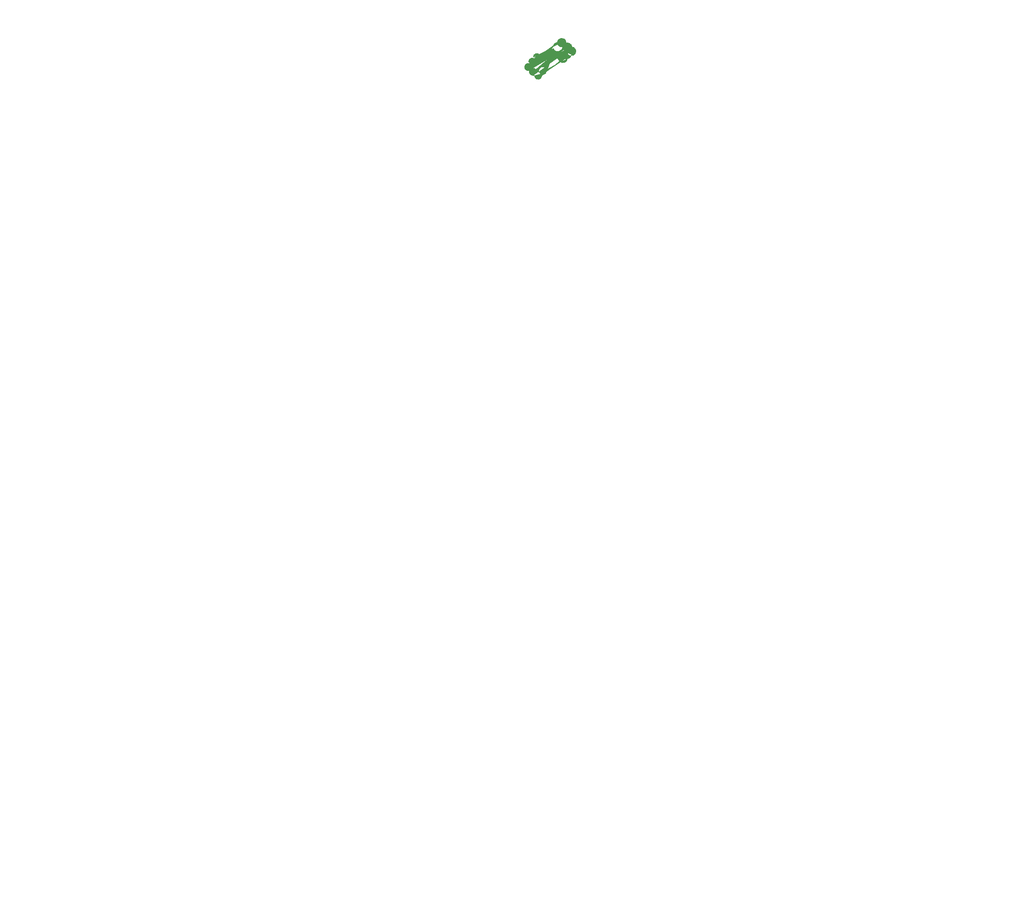
<source format=gbr>
From ee3ff33faa44879d92fa9d613fbe2c41ffe6ca60 Mon Sep 17 00:00:00 2001
From: Nikita Orlov <nikitf-97@mail.ru>
Date: Wed, 3 Feb 2021 00:49:53 +0300
Subject: 74HCT245 and bypass capacitors fix

---
 gerber/motherboard-B_Cu.gbr | 2612 +++++++++++++++++++++----------------------
 1 file changed, 1305 insertions(+), 1307 deletions(-)

(limited to 'gerber/motherboard-B_Cu.gbr')

diff --git a/gerber/motherboard-B_Cu.gbr b/gerber/motherboard-B_Cu.gbr
index e13fb26..fd02439 100644
--- a/gerber/motherboard-B_Cu.gbr
+++ b/gerber/motherboard-B_Cu.gbr
@@ -1,12 +1,12 @@
 %TF.GenerationSoftware,KiCad,Pcbnew,5.1.8*%
-%TF.CreationDate,2021-01-02T17:16:27+03:00*%
+%TF.CreationDate,2021-02-03T00:48:34+03:00*%
 %TF.ProjectId,motherboard,6d6f7468-6572-4626-9f61-72642e6b6963,rev?*%
 %TF.SameCoordinates,Original*%
 %TF.FileFunction,Copper,L2,Bot*%
 %TF.FilePolarity,Positive*%
 %FSLAX46Y46*%
 G04 Gerber Fmt 4.6, Leading zero omitted, Abs format (unit mm)*
-G04 Created by KiCad (PCBNEW 5.1.8) date 2021-01-02 17:16:27*
+G04 Created by KiCad (PCBNEW 5.1.8) date 2021-02-03 00:48:34*
 %MOMM*%
 %LPD*%
 G01*
@@ -71,19 +71,19 @@ G04 APERTURE LIST*
 G04 APERTURE END LIST*
 D10*
 %TO.P,HOLE4,1*%
-%TO.N,N/C*%
+%TO.N,Net-(HOLE4-Pad1)*%
 X21590000Y-21590000D03*
 %TD*%
 %TO.P,HOLE3,1*%
-%TO.N,N/C*%
+%TO.N,Net-(HOLE3-Pad1)*%
 X21590000Y-185420000D03*
 %TD*%
 %TO.P,HOLE2,1*%
-%TO.N,N/C*%
+%TO.N,Net-(HOLE2-Pad1)*%
 X205740000Y-185420000D03*
 %TD*%
 %TO.P,HOLE1,1*%
-%TO.N,N/C*%
+%TO.N,Net-(HOLE1-Pad1)*%
 X205740000Y-21590000D03*
 %TD*%
 D11*
@@ -131,49 +131,51 @@ X172720000Y-151130000D03*
 %TO.N,VCC*%
 X180340000Y-135890000D03*
 %TD*%
-%TO.P,U22,14*%
-%TO.N,VCC*%
-X96520000Y-163830000D03*
-%TO.P,U22,7*%
-%TO.N,GND*%
-X88900000Y-179070000D03*
-%TO.P,U22,13*%
-X96520000Y-166370000D03*
-%TO.P,U22,6*%
+D11*
+%TO.P,U22,1*%
+%TO.N,Net-(U22-Pad1)*%
+X88900000Y-163830000D03*
+D12*
+%TO.P,U22,8*%
+%TO.N,~RESET*%
+X96520000Y-179070000D03*
+%TO.P,U22,2*%
 %TO.N,~HALT*%
-X88900000Y-176530000D03*
-%TO.P,U22,12*%
-%TO.N,N/C*%
-X96520000Y-168910000D03*
-%TO.P,U22,5*%
+X88900000Y-166370000D03*
+%TO.P,U22,9*%
 %TO.N,Net-(U22-Pad5)*%
-X88900000Y-173990000D03*
-%TO.P,U22,11*%
-%TO.N,GND*%
-X96520000Y-171450000D03*
-%TO.P,U22,4*%
-%TO.N,~RESET*%
-X88900000Y-171450000D03*
-%TO.P,U22,10*%
-%TO.N,N/C*%
-X96520000Y-173990000D03*
+X96520000Y-176530000D03*
 %TO.P,U22,3*%
 %TO.N,Net-(U22-Pad1)*%
 X88900000Y-168910000D03*
-%TO.P,U22,9*%
+%TO.P,U22,10*%
+%TO.N,Net-(U22-Pad10)*%
+X96520000Y-173990000D03*
+%TO.P,U22,4*%
+%TO.N,~RESET*%
+X88900000Y-171450000D03*
+%TO.P,U22,11*%
+%TO.N,GND*%
+X96520000Y-171450000D03*
+%TO.P,U22,5*%
 %TO.N,Net-(U22-Pad5)*%
-X96520000Y-176530000D03*
-%TO.P,U22,2*%
+X88900000Y-173990000D03*
+%TO.P,U22,12*%
+%TO.N,Net-(U22-Pad12)*%
+X96520000Y-168910000D03*
+%TO.P,U22,6*%
 %TO.N,~HALT*%
-X88900000Y-166370000D03*
-%TO.P,U22,8*%
-%TO.N,~RESET*%
-X96520000Y-179070000D03*
-D11*
-%TO.P,U22,1*%
-%TO.N,Net-(U22-Pad1)*%
-X88900000Y-163830000D03*
+X88900000Y-176530000D03*
+%TO.P,U22,13*%
+%TO.N,GND*%
+X96520000Y-166370000D03*
+%TO.P,U22,7*%
+X88900000Y-179070000D03*
+%TO.P,U22,14*%
+%TO.N,VCC*%
+X96520000Y-163830000D03*
 %TD*%
+D11*
 %TO.P,U7,1*%
 %TO.N,R\u005C~W*%
 X104140000Y-163830000D03*
@@ -269,201 +271,201 @@ X58420000Y-151130000D03*
 %TO.N,VCC*%
 X66040000Y-133350000D03*
 %TD*%
-%TO.P,U1,64*%
-%TO.N,D5_68*%
-X180340000Y-21590000D03*
-%TO.P,U1,32*%
-%TO.N,A4_68*%
-X157480000Y-100330000D03*
-%TO.P,U1,63*%
-%TO.N,D6_68*%
-X180340000Y-24130000D03*
-%TO.P,U1,31*%
-%TO.N,A3_68*%
-X157480000Y-97790000D03*
-%TO.P,U1,62*%
-%TO.N,D7_68*%
-X180340000Y-26670000D03*
-%TO.P,U1,30*%
-%TO.N,A2_68*%
-X157480000Y-95250000D03*
-%TO.P,U1,61*%
-%TO.N,D8_68*%
-X180340000Y-29210000D03*
-%TO.P,U1,29*%
-%TO.N,A1_68*%
-X157480000Y-92710000D03*
-%TO.P,U1,60*%
-%TO.N,D9_68*%
-X180340000Y-31750000D03*
-%TO.P,U1,28*%
-%TO.N,FC0_68*%
-X157480000Y-90170000D03*
-%TO.P,U1,59*%
-%TO.N,D10_68*%
-X180340000Y-34290000D03*
-%TO.P,U1,27*%
-%TO.N,FC1_68*%
-X157480000Y-87630000D03*
-%TO.P,U1,58*%
-%TO.N,D11_68*%
-X180340000Y-36830000D03*
-%TO.P,U1,26*%
-%TO.N,FC2_68*%
-X157480000Y-85090000D03*
-%TO.P,U1,57*%
-%TO.N,D12_68*%
-X180340000Y-39370000D03*
-%TO.P,U1,25*%
-%TO.N,~IPL0*%
-X157480000Y-82550000D03*
-%TO.P,U1,56*%
-%TO.N,D13_68*%
-X180340000Y-41910000D03*
-%TO.P,U1,24*%
+D11*
+%TO.P,U1,1*%
+%TO.N,D4_68*%
+X157480000Y-21590000D03*
+D12*
+%TO.P,U1,33*%
+%TO.N,A5_68*%
+X180340000Y-100330000D03*
+%TO.P,U1,2*%
+%TO.N,D3_68*%
+X157480000Y-24130000D03*
+%TO.P,U1,34*%
+%TO.N,A6_68*%
+X180340000Y-97790000D03*
+%TO.P,U1,3*%
+%TO.N,D2_68*%
+X157480000Y-26670000D03*
+%TO.P,U1,35*%
+%TO.N,A7_68*%
+X180340000Y-95250000D03*
+%TO.P,U1,4*%
+%TO.N,D1_68*%
+X157480000Y-29210000D03*
+%TO.P,U1,36*%
+%TO.N,A8_68*%
+X180340000Y-92710000D03*
+%TO.P,U1,5*%
+%TO.N,D0_68*%
+X157480000Y-31750000D03*
+%TO.P,U1,37*%
+%TO.N,A9_68*%
+X180340000Y-90170000D03*
+%TO.P,U1,6*%
+%TO.N,~AS_68*%
+X157480000Y-34290000D03*
+%TO.P,U1,38*%
+%TO.N,A10_68*%
+X180340000Y-87630000D03*
+%TO.P,U1,7*%
+%TO.N,~UDS_68*%
+X157480000Y-36830000D03*
+%TO.P,U1,39*%
+%TO.N,A11_68*%
+X180340000Y-85090000D03*
+%TO.P,U1,8*%
+%TO.N,~LDS_68*%
+X157480000Y-39370000D03*
+%TO.P,U1,40*%
+%TO.N,A12_68*%
+X180340000Y-82550000D03*
+%TO.P,U1,9*%
+%TO.N,R\u005C~W~_68*%
+X157480000Y-41910000D03*
+%TO.P,U1,41*%
+%TO.N,A13_68*%
+X180340000Y-80010000D03*
+%TO.P,U1,10*%
+%TO.N,~DTACK*%
+X157480000Y-44450000D03*
+%TO.P,U1,42*%
+%TO.N,A14_68*%
+X180340000Y-77470000D03*
+%TO.P,U1,11*%
+%TO.N,Net-(U1-Pad11)*%
+X157480000Y-46990000D03*
+%TO.P,U1,43*%
+%TO.N,A15_68*%
+X180340000Y-74930000D03*
+%TO.P,U1,12*%
 %TO.N,VCC*%
-X157480000Y-80010000D03*
-%TO.P,U1,55*%
-%TO.N,D14_68*%
-X180340000Y-44450000D03*
-%TO.P,U1,23*%
+X157480000Y-49530000D03*
+%TO.P,U1,44*%
+%TO.N,A16_68*%
+X180340000Y-72390000D03*
+%TO.P,U1,13*%
 %TO.N,VCC*%
-X157480000Y-77470000D03*
-%TO.P,U1,54*%
-%TO.N,D15_68*%
-X180340000Y-46990000D03*
-%TO.P,U1,22*%
+X157480000Y-52070000D03*
+%TO.P,U1,45*%
+%TO.N,A17_68*%
+X180340000Y-69850000D03*
+%TO.P,U1,14*%
 %TO.N,VCC*%
-X157480000Y-74930000D03*
-%TO.P,U1,53*%
+X157480000Y-54610000D03*
+%TO.P,U1,46*%
+%TO.N,A18_68*%
+X180340000Y-67310000D03*
+%TO.P,U1,15*%
+%TO.N,CLK*%
+X157480000Y-57150000D03*
+%TO.P,U1,47*%
+%TO.N,A19_68*%
+X180340000Y-64770000D03*
+%TO.P,U1,16*%
 %TO.N,GND*%
-X180340000Y-49530000D03*
-%TO.P,U1,21*%
-%TO.N,~VPA*%
-X157480000Y-72390000D03*
-%TO.P,U1,52*%
-%TO.N,A23_68*%
-X180340000Y-52070000D03*
-%TO.P,U1,20*%
-%TO.N,N/C*%
-X157480000Y-69850000D03*
-%TO.P,U1,51*%
-%TO.N,A22_68*%
-X180340000Y-54610000D03*
-%TO.P,U1,19*%
-%TO.N,N/C*%
-X157480000Y-67310000D03*
-%TO.P,U1,50*%
-%TO.N,A21_68*%
-X180340000Y-57150000D03*
-%TO.P,U1,18*%
-%TO.N,~RESET*%
-X157480000Y-64770000D03*
-%TO.P,U1,49*%
-%TO.N,VCC*%
-X180340000Y-59690000D03*
-%TO.P,U1,17*%
-%TO.N,~HALT*%
-X157480000Y-62230000D03*
+X157480000Y-59690000D03*
 %TO.P,U1,48*%
 %TO.N,A20_68*%
 X180340000Y-62230000D03*
-%TO.P,U1,16*%
-%TO.N,GND*%
-X157480000Y-59690000D03*
-%TO.P,U1,47*%
-%TO.N,A19_68*%
-X180340000Y-64770000D03*
-%TO.P,U1,15*%
-%TO.N,CLK*%
-X157480000Y-57150000D03*
-%TO.P,U1,46*%
-%TO.N,A18_68*%
-X180340000Y-67310000D03*
-%TO.P,U1,14*%
+%TO.P,U1,17*%
+%TO.N,~HALT*%
+X157480000Y-62230000D03*
+%TO.P,U1,49*%
 %TO.N,VCC*%
-X157480000Y-54610000D03*
-%TO.P,U1,45*%
-%TO.N,A17_68*%
-X180340000Y-69850000D03*
-%TO.P,U1,13*%
+X180340000Y-59690000D03*
+%TO.P,U1,18*%
+%TO.N,~RESET*%
+X157480000Y-64770000D03*
+%TO.P,U1,50*%
+%TO.N,A21_68*%
+X180340000Y-57150000D03*
+%TO.P,U1,19*%
+%TO.N,Net-(U1-Pad19)*%
+X157480000Y-67310000D03*
+%TO.P,U1,51*%
+%TO.N,A22_68*%
+X180340000Y-54610000D03*
+%TO.P,U1,20*%
+%TO.N,Net-(U1-Pad20)*%
+X157480000Y-69850000D03*
+%TO.P,U1,52*%
+%TO.N,A23_68*%
+X180340000Y-52070000D03*
+%TO.P,U1,21*%
+%TO.N,~VPA*%
+X157480000Y-72390000D03*
+%TO.P,U1,53*%
+%TO.N,GND*%
+X180340000Y-49530000D03*
+%TO.P,U1,22*%
 %TO.N,VCC*%
-X157480000Y-52070000D03*
-%TO.P,U1,44*%
-%TO.N,A16_68*%
-X180340000Y-72390000D03*
-%TO.P,U1,12*%
+X157480000Y-74930000D03*
+%TO.P,U1,54*%
+%TO.N,D15_68*%
+X180340000Y-46990000D03*
+%TO.P,U1,23*%
 %TO.N,VCC*%
-X157480000Y-49530000D03*
-%TO.P,U1,43*%
-%TO.N,A15_68*%
-X180340000Y-74930000D03*
-%TO.P,U1,11*%
-%TO.N,N/C*%
-X157480000Y-46990000D03*
-%TO.P,U1,42*%
-%TO.N,A14_68*%
-X180340000Y-77470000D03*
-%TO.P,U1,10*%
-%TO.N,~DTACK*%
-X157480000Y-44450000D03*
-%TO.P,U1,41*%
-%TO.N,A13_68*%
-X180340000Y-80010000D03*
-%TO.P,U1,9*%
-%TO.N,R\u005C~W~_68*%
-X157480000Y-41910000D03*
-%TO.P,U1,40*%
-%TO.N,A12_68*%
-X180340000Y-82550000D03*
-%TO.P,U1,8*%
-%TO.N,~LDS_68*%
-X157480000Y-39370000D03*
-%TO.P,U1,39*%
-%TO.N,A11_68*%
-X180340000Y-85090000D03*
-%TO.P,U1,7*%
-%TO.N,~UDS_68*%
-X157480000Y-36830000D03*
-%TO.P,U1,38*%
-%TO.N,A10_68*%
-X180340000Y-87630000D03*
-%TO.P,U1,6*%
-%TO.N,~AS_68*%
-X157480000Y-34290000D03*
-%TO.P,U1,37*%
-%TO.N,A9_68*%
-X180340000Y-90170000D03*
-%TO.P,U1,5*%
-%TO.N,D0_68*%
-X157480000Y-31750000D03*
-%TO.P,U1,36*%
-%TO.N,A8_68*%
-X180340000Y-92710000D03*
-%TO.P,U1,4*%
-%TO.N,D1_68*%
-X157480000Y-29210000D03*
-%TO.P,U1,35*%
-%TO.N,A7_68*%
-X180340000Y-95250000D03*
-%TO.P,U1,3*%
-%TO.N,D2_68*%
-X157480000Y-26670000D03*
-%TO.P,U1,34*%
-%TO.N,A6_68*%
-X180340000Y-97790000D03*
-%TO.P,U1,2*%
-%TO.N,D3_68*%
-X157480000Y-24130000D03*
-%TO.P,U1,33*%
-%TO.N,A5_68*%
-X180340000Y-100330000D03*
-D11*
-%TO.P,U1,1*%
-%TO.N,D4_68*%
-X157480000Y-21590000D03*
+X157480000Y-77470000D03*
+%TO.P,U1,55*%
+%TO.N,D14_68*%
+X180340000Y-44450000D03*
+%TO.P,U1,24*%
+%TO.N,VCC*%
+X157480000Y-80010000D03*
+%TO.P,U1,56*%
+%TO.N,D13_68*%
+X180340000Y-41910000D03*
+%TO.P,U1,25*%
+%TO.N,~IPL0*%
+X157480000Y-82550000D03*
+%TO.P,U1,57*%
+%TO.N,D12_68*%
+X180340000Y-39370000D03*
+%TO.P,U1,26*%
+%TO.N,FC2_68*%
+X157480000Y-85090000D03*
+%TO.P,U1,58*%
+%TO.N,D11_68*%
+X180340000Y-36830000D03*
+%TO.P,U1,27*%
+%TO.N,FC1_68*%
+X157480000Y-87630000D03*
+%TO.P,U1,59*%
+%TO.N,D10_68*%
+X180340000Y-34290000D03*
+%TO.P,U1,28*%
+%TO.N,FC0_68*%
+X157480000Y-90170000D03*
+%TO.P,U1,60*%
+%TO.N,D9_68*%
+X180340000Y-31750000D03*
+%TO.P,U1,29*%
+%TO.N,A1_68*%
+X157480000Y-92710000D03*
+%TO.P,U1,61*%
+%TO.N,D8_68*%
+X180340000Y-29210000D03*
+%TO.P,U1,30*%
+%TO.N,A2_68*%
+X157480000Y-95250000D03*
+%TO.P,U1,62*%
+%TO.N,D7_68*%
+X180340000Y-26670000D03*
+%TO.P,U1,31*%
+%TO.N,A3_68*%
+X157480000Y-97790000D03*
+%TO.P,U1,63*%
+%TO.N,D6_68*%
+X180340000Y-24130000D03*
+%TO.P,U1,32*%
+%TO.N,A4_68*%
+X157480000Y-100330000D03*
+%TO.P,U1,64*%
+%TO.N,D5_68*%
+X180340000Y-21590000D03*
 %TD*%
-D12*
 %TO.P,U16,28*%
 %TO.N,VCC*%
 X127000000Y-118110000D03*
@@ -594,132 +596,130 @@ X73660000Y-151130000D03*
 %TO.N,VCC*%
 X81280000Y-135890000D03*
 %TD*%
+%TO.P,U15,20*%
+%TO.N,VCC*%
+X149860000Y-92710000D03*
+%TO.P,U15,10*%
+%TO.N,GND*%
+X142240000Y-115570000D03*
+%TO.P,U15,19*%
+%TO.N,R\u005C~W*%
+X149860000Y-95250000D03*
+%TO.P,U15,9*%
+%TO.N,D15*%
+X142240000Y-113030000D03*
+%TO.P,U15,18*%
+%TO.N,D8_68*%
+X149860000Y-97790000D03*
+%TO.P,U15,8*%
+%TO.N,D14*%
+X142240000Y-110490000D03*
+%TO.P,U15,17*%
+%TO.N,D9_68*%
+X149860000Y-100330000D03*
+%TO.P,U15,7*%
+%TO.N,D13*%
+X142240000Y-107950000D03*
+%TO.P,U15,16*%
+%TO.N,D10_68*%
+X149860000Y-102870000D03*
+%TO.P,U15,6*%
+%TO.N,D12*%
+X142240000Y-105410000D03*
+%TO.P,U15,15*%
+%TO.N,D11_68*%
+X149860000Y-105410000D03*
+%TO.P,U15,5*%
+%TO.N,D11*%
+X142240000Y-102870000D03*
+%TO.P,U15,14*%
+%TO.N,D12_68*%
+X149860000Y-107950000D03*
+%TO.P,U15,4*%
+%TO.N,D10*%
+X142240000Y-100330000D03*
+%TO.P,U15,13*%
+%TO.N,D13_68*%
+X149860000Y-110490000D03*
+%TO.P,U15,3*%
+%TO.N,D9*%
+X142240000Y-97790000D03*
+%TO.P,U15,12*%
+%TO.N,D14_68*%
+X149860000Y-113030000D03*
+%TO.P,U15,2*%
+%TO.N,D8*%
+X142240000Y-95250000D03*
+%TO.P,U15,11*%
+%TO.N,D15_68*%
+X149860000Y-115570000D03*
 D11*
 %TO.P,U15,1*%
 %TO.N,GND*%
 X142240000Y-92710000D03*
+%TD*%
 D12*
-%TO.P,U15,11*%
-%TO.N,D15_68*%
-X149860000Y-115570000D03*
-%TO.P,U15,2*%
-%TO.N,D8*%
-X142240000Y-95250000D03*
-%TO.P,U15,12*%
-%TO.N,D14_68*%
-X149860000Y-113030000D03*
-%TO.P,U15,3*%
-%TO.N,D9*%
-X142240000Y-97790000D03*
-%TO.P,U15,13*%
-%TO.N,D13_68*%
-X149860000Y-110490000D03*
-%TO.P,U15,4*%
-%TO.N,D10*%
-X142240000Y-100330000D03*
-%TO.P,U15,14*%
-%TO.N,D12_68*%
-X149860000Y-107950000D03*
-%TO.P,U15,5*%
-%TO.N,D11*%
-X142240000Y-102870000D03*
-%TO.P,U15,15*%
-%TO.N,D11_68*%
-X149860000Y-105410000D03*
-%TO.P,U15,6*%
-%TO.N,D12*%
-X142240000Y-105410000D03*
-%TO.P,U15,16*%
-%TO.N,D10_68*%
-X149860000Y-102870000D03*
-%TO.P,U15,7*%
-%TO.N,D13*%
-X142240000Y-107950000D03*
-%TO.P,U15,17*%
-%TO.N,D9_68*%
-X149860000Y-100330000D03*
-%TO.P,U15,8*%
-%TO.N,D14*%
-X142240000Y-110490000D03*
-%TO.P,U15,18*%
-%TO.N,D8_68*%
-X149860000Y-97790000D03*
-%TO.P,U15,9*%
-%TO.N,D15*%
-X142240000Y-113030000D03*
-%TO.P,U15,19*%
-%TO.N,R\u005C~W*%
-X149860000Y-95250000D03*
-%TO.P,U15,10*%
-%TO.N,GND*%
-X142240000Y-115570000D03*
-%TO.P,U15,20*%
-%TO.N,VCC*%
-X149860000Y-92710000D03*
-%TD*%
-D11*
-%TO.P,U14,1*%
+%TO.P,U14,20*%
 %TO.N,VCC*%
-X187960000Y-57150000D03*
-D12*
-%TO.P,U14,11*%
-%TO.N,A8*%
-X195580000Y-80010000D03*
-%TO.P,U14,2*%
-%TO.N,A15_68*%
-X187960000Y-59690000D03*
-%TO.P,U14,12*%
-%TO.N,A9*%
-X195580000Y-77470000D03*
-%TO.P,U14,3*%
-%TO.N,A14_68*%
-X187960000Y-62230000D03*
-%TO.P,U14,13*%
-%TO.N,A10*%
-X195580000Y-74930000D03*
-%TO.P,U14,4*%
-%TO.N,A13_68*%
-X187960000Y-64770000D03*
-%TO.P,U14,14*%
-%TO.N,A11*%
-X195580000Y-72390000D03*
-%TO.P,U14,5*%
-%TO.N,A12_68*%
-X187960000Y-67310000D03*
-%TO.P,U14,15*%
-%TO.N,A12*%
-X195580000Y-69850000D03*
-%TO.P,U14,6*%
-%TO.N,A11_68*%
-X187960000Y-69850000D03*
-%TO.P,U14,16*%
-%TO.N,A13*%
-X195580000Y-67310000D03*
-%TO.P,U14,7*%
-%TO.N,A10_68*%
-X187960000Y-72390000D03*
-%TO.P,U14,17*%
-%TO.N,A14*%
-X195580000Y-64770000D03*
-%TO.P,U14,8*%
-%TO.N,A9_68*%
-X187960000Y-74930000D03*
-%TO.P,U14,18*%
-%TO.N,A15*%
-X195580000Y-62230000D03*
+X195580000Y-57150000D03*
+%TO.P,U14,10*%
+%TO.N,GND*%
+X187960000Y-80010000D03*
+%TO.P,U14,19*%
+X195580000Y-59690000D03*
 %TO.P,U14,9*%
 %TO.N,A8_68*%
 X187960000Y-77470000D03*
-%TO.P,U14,19*%
-%TO.N,GND*%
-X195580000Y-59690000D03*
-%TO.P,U14,10*%
-X187960000Y-80010000D03*
-%TO.P,U14,20*%
+%TO.P,U14,18*%
+%TO.N,A15*%
+X195580000Y-62230000D03*
+%TO.P,U14,8*%
+%TO.N,A9_68*%
+X187960000Y-74930000D03*
+%TO.P,U14,17*%
+%TO.N,A14*%
+X195580000Y-64770000D03*
+%TO.P,U14,7*%
+%TO.N,A10_68*%
+X187960000Y-72390000D03*
+%TO.P,U14,16*%
+%TO.N,A13*%
+X195580000Y-67310000D03*
+%TO.P,U14,6*%
+%TO.N,A11_68*%
+X187960000Y-69850000D03*
+%TO.P,U14,15*%
+%TO.N,A12*%
+X195580000Y-69850000D03*
+%TO.P,U14,5*%
+%TO.N,A12_68*%
+X187960000Y-67310000D03*
+%TO.P,U14,14*%
+%TO.N,A11*%
+X195580000Y-72390000D03*
+%TO.P,U14,4*%
+%TO.N,A13_68*%
+X187960000Y-64770000D03*
+%TO.P,U14,13*%
+%TO.N,A10*%
+X195580000Y-74930000D03*
+%TO.P,U14,3*%
+%TO.N,A14_68*%
+X187960000Y-62230000D03*
+%TO.P,U14,12*%
+%TO.N,A9*%
+X195580000Y-77470000D03*
+%TO.P,U14,2*%
+%TO.N,A15_68*%
+X187960000Y-59690000D03*
+%TO.P,U14,11*%
+%TO.N,A8*%
+X195580000Y-80010000D03*
+D11*
+%TO.P,U14,1*%
 %TO.N,VCC*%
-X195580000Y-57150000D03*
+X187960000Y-57150000D03*
 %TD*%
-D11*
 %TO.P,U12,1*%
 %TO.N,A13*%
 X73660000Y-107950000D03*
@@ -809,69 +809,69 @@ X157480000Y-151130000D03*
 %TO.N,VCC*%
 X165100000Y-135890000D03*
 %TD*%
-D11*
-%TO.P,U6,1*%
+%TO.P,U6,20*%
+%TO.N,VCC*%
+X149860000Y-21590000D03*
+%TO.P,U6,10*%
 %TO.N,GND*%
-X142240000Y-21590000D03*
-D12*
-%TO.P,U6,11*%
-%TO.N,D7_68*%
-X149860000Y-44450000D03*
-%TO.P,U6,2*%
-%TO.N,D0*%
-X142240000Y-24130000D03*
-%TO.P,U6,12*%
-%TO.N,D6_68*%
-X149860000Y-41910000D03*
-%TO.P,U6,3*%
-%TO.N,D1*%
-X142240000Y-26670000D03*
-%TO.P,U6,13*%
-%TO.N,D5_68*%
-X149860000Y-39370000D03*
-%TO.P,U6,4*%
-%TO.N,D2*%
-X142240000Y-29210000D03*
-%TO.P,U6,14*%
-%TO.N,D4_68*%
-X149860000Y-36830000D03*
-%TO.P,U6,5*%
-%TO.N,D3*%
-X142240000Y-31750000D03*
-%TO.P,U6,15*%
-%TO.N,D3_68*%
-X149860000Y-34290000D03*
-%TO.P,U6,6*%
-%TO.N,D4*%
-X142240000Y-34290000D03*
-%TO.P,U6,16*%
-%TO.N,D2_68*%
-X149860000Y-31750000D03*
-%TO.P,U6,7*%
-%TO.N,D5*%
-X142240000Y-36830000D03*
-%TO.P,U6,17*%
-%TO.N,D1_68*%
-X149860000Y-29210000D03*
-%TO.P,U6,8*%
-%TO.N,D6*%
-X142240000Y-39370000D03*
-%TO.P,U6,18*%
-%TO.N,D0_68*%
-X149860000Y-26670000D03*
-%TO.P,U6,9*%
-%TO.N,D7*%
-X142240000Y-41910000D03*
+X142240000Y-44450000D03*
 %TO.P,U6,19*%
 %TO.N,R\u005C~W*%
 X149860000Y-24130000D03*
-%TO.P,U6,10*%
+%TO.P,U6,9*%
+%TO.N,D7*%
+X142240000Y-41910000D03*
+%TO.P,U6,18*%
+%TO.N,D0_68*%
+X149860000Y-26670000D03*
+%TO.P,U6,8*%
+%TO.N,D6*%
+X142240000Y-39370000D03*
+%TO.P,U6,17*%
+%TO.N,D1_68*%
+X149860000Y-29210000D03*
+%TO.P,U6,7*%
+%TO.N,D5*%
+X142240000Y-36830000D03*
+%TO.P,U6,16*%
+%TO.N,D2_68*%
+X149860000Y-31750000D03*
+%TO.P,U6,6*%
+%TO.N,D4*%
+X142240000Y-34290000D03*
+%TO.P,U6,15*%
+%TO.N,D3_68*%
+X149860000Y-34290000D03*
+%TO.P,U6,5*%
+%TO.N,D3*%
+X142240000Y-31750000D03*
+%TO.P,U6,14*%
+%TO.N,D4_68*%
+X149860000Y-36830000D03*
+%TO.P,U6,4*%
+%TO.N,D2*%
+X142240000Y-29210000D03*
+%TO.P,U6,13*%
+%TO.N,D5_68*%
+X149860000Y-39370000D03*
+%TO.P,U6,3*%
+%TO.N,D1*%
+X142240000Y-26670000D03*
+%TO.P,U6,12*%
+%TO.N,D6_68*%
+X149860000Y-41910000D03*
+%TO.P,U6,2*%
+%TO.N,D0*%
+X142240000Y-24130000D03*
+%TO.P,U6,11*%
+%TO.N,D7_68*%
+X149860000Y-44450000D03*
+D11*
+%TO.P,U6,1*%
 %TO.N,GND*%
-X142240000Y-44450000D03*
-%TO.P,U6,20*%
-%TO.N,VCC*%
-X149860000Y-21590000D03*
+X142240000Y-21590000D03*
 %TD*%
+D12*
 %TO.P,U5,20*%
 %TO.N,VCC*%
 X195580000Y-92710000D03*
@@ -925,7 +925,7 @@ X195580000Y-113030000D03*
 %TO.N,A7_68*%
 X187960000Y-95250000D03*
 %TO.P,U5,11*%
-%TO.N,N/C*%
+%TO.N,Net-(U5-Pad11)*%
 X195580000Y-115570000D03*
 D11*
 %TO.P,U5,1*%
@@ -1046,182 +1046,181 @@ D17*
 %TO.N,Net-(J6-Pad1)*%
 X48260000Y-139700000D03*
 %TD*%
+%TO.P,J5,1*%
+%TO.N,GND*%
+X107950000Y-21590000D03*
 D16*
-%TO.P,J5,48*%
-%TO.N,~DEV3_DTACK*%
-X110490000Y-80010000D03*
-%TO.P,J5,47*%
-%TO.N,~DEV3_IRQ*%
-X107950000Y-80010000D03*
-%TO.P,J5,46*%
-%TO.N,~DEV3_SEL*%
-X110490000Y-77470000D03*
-%TO.P,J5,45*%
-%TO.N,A19*%
-X107950000Y-77470000D03*
-%TO.P,J5,44*%
-%TO.N,~LDS*%
-X110490000Y-74930000D03*
-%TO.P,J5,43*%
-%TO.N,~UDS*%
-X107950000Y-74930000D03*
-%TO.P,J5,42*%
-%TO.N,CLK*%
-X110490000Y-72390000D03*
+%TO.P,J5,2*%
+%TO.N,A18*%
+X110490000Y-21590000D03*
+%TO.P,J5,3*%
+%TO.N,A17*%
+X107950000Y-24130000D03*
+%TO.P,J5,4*%
+%TO.N,A16*%
+X110490000Y-24130000D03*
+%TO.P,J5,5*%
+%TO.N,A15*%
+X107950000Y-26670000D03*
+%TO.P,J5,6*%
+%TO.N,A14*%
+X110490000Y-26670000D03*
+%TO.P,J5,7*%
+%TO.N,A13*%
+X107950000Y-29210000D03*
+%TO.P,J5,8*%
+%TO.N,A12*%
+X110490000Y-29210000D03*
+%TO.P,J5,9*%
+%TO.N,A11*%
+X107950000Y-31750000D03*
+%TO.P,J5,10*%
+%TO.N,A10*%
+X110490000Y-31750000D03*
+%TO.P,J5,11*%
+%TO.N,A9*%
+X107950000Y-34290000D03*
+%TO.P,J5,12*%
+%TO.N,A8*%
+X110490000Y-34290000D03*
+%TO.P,J5,13*%
+%TO.N,A7*%
+X107950000Y-36830000D03*
+%TO.P,J5,14*%
+%TO.N,A6*%
+X110490000Y-36830000D03*
+%TO.P,J5,15*%
+%TO.N,A5*%
+X107950000Y-39370000D03*
+%TO.P,J5,16*%
+%TO.N,A4*%
+X110490000Y-39370000D03*
+%TO.P,J5,17*%
+%TO.N,A3*%
+X107950000Y-41910000D03*
+%TO.P,J5,18*%
+%TO.N,A2*%
+X110490000Y-41910000D03*
+%TO.P,J5,19*%
+%TO.N,A1*%
+X107950000Y-44450000D03*
+%TO.P,J5,20*%
+%TO.N,Net-(J5-Pad20)*%
+X110490000Y-44450000D03*
+%TO.P,J5,21*%
+%TO.N,VCC*%
+X107950000Y-46990000D03*
+%TO.P,J5,22*%
+%TO.N,GND*%
+X110490000Y-46990000D03*
+%TO.P,J5,23*%
+%TO.N,D15*%
+X107950000Y-49530000D03*
+%TO.P,J5,24*%
+%TO.N,D14*%
+X110490000Y-49530000D03*
+%TO.P,J5,25*%
+%TO.N,D13*%
+X107950000Y-52070000D03*
+%TO.P,J5,26*%
+%TO.N,D12*%
+X110490000Y-52070000D03*
+%TO.P,J5,27*%
+%TO.N,D11*%
+X107950000Y-54610000D03*
+%TO.P,J5,28*%
+%TO.N,D10*%
+X110490000Y-54610000D03*
+%TO.P,J5,29*%
+%TO.N,D9*%
+X107950000Y-57150000D03*
+%TO.P,J5,30*%
+%TO.N,D8*%
+X110490000Y-57150000D03*
+%TO.P,J5,31*%
+%TO.N,D7*%
+X107950000Y-59690000D03*
+%TO.P,J5,32*%
+%TO.N,D6*%
+X110490000Y-59690000D03*
+%TO.P,J5,33*%
+%TO.N,D5*%
+X107950000Y-62230000D03*
+%TO.P,J5,34*%
+%TO.N,D4*%
+X110490000Y-62230000D03*
+%TO.P,J5,35*%
+%TO.N,D3*%
+X107950000Y-64770000D03*
+%TO.P,J5,36*%
+%TO.N,D2*%
+X110490000Y-64770000D03*
+%TO.P,J5,37*%
+%TO.N,D1*%
+X107950000Y-67310000D03*
+%TO.P,J5,38*%
+%TO.N,D0*%
+X110490000Y-67310000D03*
+%TO.P,J5,39*%
+%TO.N,VCC*%
+X107950000Y-69850000D03*
+%TO.P,J5,40*%
+%TO.N,GND*%
+X110490000Y-69850000D03*
 %TO.P,J5,41*%
 %TO.N,R\u005C~W*%
 X107950000Y-72390000D03*
-%TO.P,J5,40*%
+%TO.P,J5,42*%
+%TO.N,CLK*%
+X110490000Y-72390000D03*
+%TO.P,J5,43*%
+%TO.N,~UDS*%
+X107950000Y-74930000D03*
+%TO.P,J5,44*%
+%TO.N,~LDS*%
+X110490000Y-74930000D03*
+%TO.P,J5,45*%
+%TO.N,A19*%
+X107950000Y-77470000D03*
+%TO.P,J5,46*%
+%TO.N,~DEV3_SEL*%
+X110490000Y-77470000D03*
+%TO.P,J5,47*%
+%TO.N,~DEV3_IRQ*%
+X107950000Y-80010000D03*
+%TO.P,J5,48*%
+%TO.N,~DEV3_DTACK*%
+X110490000Y-80010000D03*
+%TD*%
+D11*
+%TO.P,X1,1*%
+%TO.N,Net-(X1-Pad1)*%
+X115570000Y-102870000D03*
+D13*
+%TO.P,X1,8*%
+%TO.N,VCC*%
+X115570000Y-95250000D03*
+%TO.P,X1,5*%
+%TO.N,Net-(J10-Pad1)*%
+X123190000Y-95250000D03*
+%TO.P,X1,4*%
 %TO.N,GND*%
-X110490000Y-69850000D03*
-%TO.P,J5,39*%
+X123190000Y-102870000D03*
+%TD*%
+D18*
+%TO.P,U28,3*%
 %TO.N,VCC*%
-X107950000Y-69850000D03*
-%TO.P,J5,38*%
-%TO.N,D0*%
-X110490000Y-67310000D03*
-%TO.P,J5,37*%
-%TO.N,D1*%
-X107950000Y-67310000D03*
-%TO.P,J5,36*%
-%TO.N,D2*%
-X110490000Y-64770000D03*
-%TO.P,J5,35*%
-%TO.N,D3*%
-X107950000Y-64770000D03*
-%TO.P,J5,34*%
-%TO.N,D4*%
-X110490000Y-62230000D03*
-%TO.P,J5,33*%
-%TO.N,D5*%
-X107950000Y-62230000D03*
-%TO.P,J5,32*%
-%TO.N,D6*%
-X110490000Y-59690000D03*
-%TO.P,J5,31*%
-%TO.N,D7*%
-X107950000Y-59690000D03*
-%TO.P,J5,30*%
-%TO.N,D8*%
-X110490000Y-57150000D03*
-%TO.P,J5,29*%
-%TO.N,D9*%
-X107950000Y-57150000D03*
-%TO.P,J5,28*%
-%TO.N,D10*%
-X110490000Y-54610000D03*
-%TO.P,J5,27*%
-%TO.N,D11*%
-X107950000Y-54610000D03*
-%TO.P,J5,26*%
-%TO.N,D12*%
-X110490000Y-52070000D03*
-%TO.P,J5,25*%
-%TO.N,D13*%
-X107950000Y-52070000D03*
-%TO.P,J5,24*%
-%TO.N,D14*%
-X110490000Y-49530000D03*
-%TO.P,J5,23*%
-%TO.N,D15*%
-X107950000Y-49530000D03*
-%TO.P,J5,22*%
+X125730000Y-58420000D03*
+%TO.P,U28,2*%
 %TO.N,GND*%
-X110490000Y-46990000D03*
-%TO.P,J5,21*%
-%TO.N,VCC*%
-X107950000Y-46990000D03*
-%TO.P,J5,20*%
-%TO.N,N/C*%
-X110490000Y-44450000D03*
-%TO.P,J5,19*%
-%TO.N,A1*%
-X107950000Y-44450000D03*
-%TO.P,J5,18*%
-%TO.N,A2*%
-X110490000Y-41910000D03*
-%TO.P,J5,17*%
-%TO.N,A3*%
-X107950000Y-41910000D03*
-%TO.P,J5,16*%
-%TO.N,A4*%
-X110490000Y-39370000D03*
-%TO.P,J5,15*%
-%TO.N,A5*%
-X107950000Y-39370000D03*
-%TO.P,J5,14*%
-%TO.N,A6*%
-X110490000Y-36830000D03*
-%TO.P,J5,13*%
-%TO.N,A7*%
-X107950000Y-36830000D03*
-%TO.P,J5,12*%
-%TO.N,A8*%
-X110490000Y-34290000D03*
-%TO.P,J5,11*%
-%TO.N,A9*%
-X107950000Y-34290000D03*
-%TO.P,J5,10*%
-%TO.N,A10*%
-X110490000Y-31750000D03*
-%TO.P,J5,9*%
-%TO.N,A11*%
-X107950000Y-31750000D03*
-%TO.P,J5,8*%
-%TO.N,A12*%
-X110490000Y-29210000D03*
-%TO.P,J5,7*%
-%TO.N,A13*%
-X107950000Y-29210000D03*
-%TO.P,J5,6*%
-%TO.N,A14*%
-X110490000Y-26670000D03*
-%TO.P,J5,5*%
-%TO.N,A15*%
-X107950000Y-26670000D03*
-%TO.P,J5,4*%
-%TO.N,A16*%
-X110490000Y-24130000D03*
-%TO.P,J5,3*%
-%TO.N,A17*%
-X107950000Y-24130000D03*
-%TO.P,J5,2*%
-%TO.N,A18*%
-X110490000Y-21590000D03*
-D17*
-%TO.P,J5,1*%
-%TO.N,GND*%
-X107950000Y-21590000D03*
-%TD*%
-D13*
-%TO.P,X1,4*%
-%TO.N,GND*%
-X123190000Y-102870000D03*
-%TO.P,X1,5*%
-%TO.N,Net-(J10-Pad1)*%
-X123190000Y-95250000D03*
-%TO.P,X1,8*%
-%TO.N,VCC*%
-X115570000Y-95250000D03*
-D11*
-%TO.P,X1,1*%
-%TO.N,N/C*%
-X115570000Y-102870000D03*
-%TD*%
-D18*
-%TO.P,U28,3*%
-%TO.N,VCC*%
-X125730000Y-58420000D03*
-%TO.P,U28,2*%
-%TO.N,GND*%
-X123190000Y-58420000D03*
-D19*
-%TO.P,U28,1*%
-%TO.N,Net-(C36-Pad1)*%
-X120650000Y-58420000D03*
-%TD*%
-D12*
-%TO.P,U27,8*%
+X123190000Y-58420000D03*
+D19*
+%TO.P,U28,1*%
+%TO.N,Net-(C36-Pad1)*%
+X120650000Y-58420000D03*
+%TD*%
+D12*
+%TO.P,U27,8*%
 %TO.N,VCC*%
 X66040000Y-113030000D03*
 %TO.P,U27,4*%
@@ -1338,7 +1337,7 @@ X195580000Y-138430000D03*
 %TO.N,R\u005C~W~_68*%
 X187960000Y-140970000D03*
 %TO.P,U24,15*%
-%TO.N,N/C*%
+%TO.N,Net-(U24-Pad15)*%
 X195580000Y-140970000D03*
 %TO.P,U24,5*%
 %TO.N,GND*%
@@ -1431,69 +1430,67 @@ X142240000Y-80010000D03*
 %TO.N,VCC*%
 X149860000Y-57150000D03*
 %TD*%
-D11*
-%TO.P,U20,1*%
+%TO.P,U20,20*%
 %TO.N,VCC*%
-X187960000Y-21590000D03*
-D12*
-%TO.P,U20,11*%
-%TO.N,A16*%
-X195580000Y-44450000D03*
-%TO.P,U20,2*%
-%TO.N,A23_68*%
-X187960000Y-24130000D03*
-%TO.P,U20,12*%
-%TO.N,A17*%
-X195580000Y-41910000D03*
-%TO.P,U20,3*%
-%TO.N,A22_68*%
-X187960000Y-26670000D03*
-%TO.P,U20,13*%
-%TO.N,A18*%
-X195580000Y-39370000D03*
-%TO.P,U20,4*%
-%TO.N,A21_68*%
-X187960000Y-29210000D03*
-%TO.P,U20,14*%
-%TO.N,A19*%
-X195580000Y-36830000D03*
-%TO.P,U20,5*%
-%TO.N,A20_68*%
-X187960000Y-31750000D03*
-%TO.P,U20,15*%
-%TO.N,A20*%
-X195580000Y-34290000D03*
-%TO.P,U20,6*%
-%TO.N,A19_68*%
-X187960000Y-34290000D03*
-%TO.P,U20,16*%
-%TO.N,A21*%
-X195580000Y-31750000D03*
-%TO.P,U20,7*%
-%TO.N,A18_68*%
-X187960000Y-36830000D03*
-%TO.P,U20,17*%
-%TO.N,A22*%
-X195580000Y-29210000D03*
-%TO.P,U20,8*%
-%TO.N,A17_68*%
-X187960000Y-39370000D03*
-%TO.P,U20,18*%
-%TO.N,A23*%
-X195580000Y-26670000D03*
+X195580000Y-21590000D03*
+%TO.P,U20,10*%
+%TO.N,GND*%
+X187960000Y-44450000D03*
+%TO.P,U20,19*%
+X195580000Y-24130000D03*
 %TO.P,U20,9*%
 %TO.N,A16_68*%
 X187960000Y-41910000D03*
-%TO.P,U20,19*%
-%TO.N,GND*%
-X195580000Y-24130000D03*
-%TO.P,U20,10*%
-X187960000Y-44450000D03*
-%TO.P,U20,20*%
+%TO.P,U20,18*%
+%TO.N,A23*%
+X195580000Y-26670000D03*
+%TO.P,U20,8*%
+%TO.N,A17_68*%
+X187960000Y-39370000D03*
+%TO.P,U20,17*%
+%TO.N,A22*%
+X195580000Y-29210000D03*
+%TO.P,U20,7*%
+%TO.N,A18_68*%
+X187960000Y-36830000D03*
+%TO.P,U20,16*%
+%TO.N,A21*%
+X195580000Y-31750000D03*
+%TO.P,U20,6*%
+%TO.N,A19_68*%
+X187960000Y-34290000D03*
+%TO.P,U20,15*%
+%TO.N,A20*%
+X195580000Y-34290000D03*
+%TO.P,U20,5*%
+%TO.N,A20_68*%
+X187960000Y-31750000D03*
+%TO.P,U20,14*%
+%TO.N,A19*%
+X195580000Y-36830000D03*
+%TO.P,U20,4*%
+%TO.N,A21_68*%
+X187960000Y-29210000D03*
+%TO.P,U20,13*%
+%TO.N,A18*%
+X195580000Y-39370000D03*
+%TO.P,U20,3*%
+%TO.N,A22_68*%
+X187960000Y-26670000D03*
+%TO.P,U20,12*%
+%TO.N,A17*%
+X195580000Y-41910000D03*
+%TO.P,U20,2*%
+%TO.N,A23_68*%
+X187960000Y-24130000D03*
+%TO.P,U20,11*%
+%TO.N,A16*%
+X195580000Y-44450000D03*
+D11*
+%TO.P,U20,1*%
 %TO.N,VCC*%
-X195580000Y-21590000D03*
+X187960000Y-21590000D03*
 %TD*%
-D11*
 %TO.P,U19,1*%
 %TO.N,Net-(U19-Pad1)*%
 X73660000Y-163830000D03*
@@ -1846,78 +1843,81 @@ X119380000Y-179070000D03*
 %TO.N,VCC*%
 X127000000Y-163830000D03*
 %TD*%
-%TO.P,U2,14*%
-%TO.N,VCC*%
-X165100000Y-163830000D03*
-%TO.P,U2,7*%
-%TO.N,GND*%
-X157480000Y-179070000D03*
-%TO.P,U2,13*%
-%TO.N,N/C*%
-X165100000Y-166370000D03*
-%TO.P,U2,6*%
+D11*
+%TO.P,U2,1*%
 %TO.N,HROM_ADDR*%
-X157480000Y-176530000D03*
-%TO.P,U2,12*%
-%TO.N,GND*%
-X165100000Y-168910000D03*
-%TO.P,U2,5*%
-%TO.N,RESV_ADDR*%
-X157480000Y-173990000D03*
-%TO.P,U2,11*%
-%TO.N,GND*%
-X165100000Y-171450000D03*
-%TO.P,U2,4*%
-%TO.N,~ROM_ADDR*%
-X157480000Y-171450000D03*
-%TO.P,U2,10*%
-%TO.N,MEM_SEL*%
-X165100000Y-173990000D03*
-%TO.P,U2,3*%
-%TO.N,Net-(U2-Pad3)*%
-X157480000Y-168910000D03*
-%TO.P,U2,9*%
+X157480000Y-163830000D03*
+D12*
+%TO.P,U2,8*%
 %TO.N,~MEM_SEL*%
-X165100000Y-176530000D03*
+X165100000Y-179070000D03*
 %TO.P,U2,2*%
 %TO.N,Net-(U2-Pad2)*%
 X157480000Y-166370000D03*
-%TO.P,U2,8*%
+%TO.P,U2,9*%
 %TO.N,~MEM_SEL*%
-X165100000Y-179070000D03*
-D11*
-%TO.P,U2,1*%
+X165100000Y-176530000D03*
+%TO.P,U2,3*%
+%TO.N,Net-(U2-Pad3)*%
+X157480000Y-168910000D03*
+%TO.P,U2,10*%
+%TO.N,MEM_SEL*%
+X165100000Y-173990000D03*
+%TO.P,U2,4*%
+%TO.N,~ROM_ADDR*%
+X157480000Y-171450000D03*
+%TO.P,U2,11*%
+%TO.N,GND*%
+X165100000Y-171450000D03*
+%TO.P,U2,5*%
+%TO.N,RESV_ADDR*%
+X157480000Y-173990000D03*
+%TO.P,U2,12*%
+%TO.N,GND*%
+X165100000Y-168910000D03*
+%TO.P,U2,6*%
 %TO.N,HROM_ADDR*%
-X157480000Y-163830000D03*
-%TD*%
-D12*
-%TO.P,RN4,9*%
-%TO.N,N/C*%
-X179070000Y-128270000D03*
-%TO.P,RN4,8*%
-X176530000Y-128270000D03*
-%TO.P,RN4,7*%
-X173990000Y-128270000D03*
-%TO.P,RN4,6*%
-X171450000Y-128270000D03*
-%TO.P,RN4,5*%
-%TO.N,R\u005C~W~_68*%
-X168910000Y-128270000D03*
-%TO.P,RN4,4*%
-%TO.N,~LDS_68*%
-X166370000Y-128270000D03*
-%TO.P,RN4,3*%
-%TO.N,~UDS_68*%
-X163830000Y-128270000D03*
-%TO.P,RN4,2*%
-%TO.N,~AS_68*%
-X161290000Y-128270000D03*
+X157480000Y-176530000D03*
+%TO.P,U2,13*%
+%TO.N,Net-(U2-Pad13)*%
+X165100000Y-166370000D03*
+%TO.P,U2,7*%
+%TO.N,GND*%
+X157480000Y-179070000D03*
+%TO.P,U2,14*%
+%TO.N,VCC*%
+X165100000Y-163830000D03*
+%TD*%
 D11*
 %TO.P,RN4,1*%
 %TO.N,VCC*%
 X158750000Y-128270000D03*
-%TD*%
 D12*
+%TO.P,RN4,2*%
+%TO.N,~AS_68*%
+X161290000Y-128270000D03*
+%TO.P,RN4,3*%
+%TO.N,~UDS_68*%
+X163830000Y-128270000D03*
+%TO.P,RN4,4*%
+%TO.N,~LDS_68*%
+X166370000Y-128270000D03*
+%TO.P,RN4,5*%
+%TO.N,R\u005C~W~_68*%
+X168910000Y-128270000D03*
+%TO.P,RN4,6*%
+%TO.N,Net-(RN4-Pad6)*%
+X171450000Y-128270000D03*
+%TO.P,RN4,7*%
+%TO.N,Net-(RN4-Pad7)*%
+X173990000Y-128270000D03*
+%TO.P,RN4,8*%
+%TO.N,Net-(RN4-Pad8)*%
+X176530000Y-128270000D03*
+%TO.P,RN4,9*%
+%TO.N,Net-(RN4-Pad9)*%
+X179070000Y-128270000D03*
+%TD*%
 %TO.P,RN3,9*%
 %TO.N,D15*%
 X134620000Y-130810000D03*
@@ -1947,36 +1947,35 @@ D11*
 %TO.N,VCC*%
 X134620000Y-151130000D03*
 %TD*%
+%TO.P,RN2,1*%
+%TO.N,VCC*%
+X49530000Y-133350000D03*
 D12*
-%TO.P,RN2,9*%
-%TO.N,~DEV3_IRQ*%
-X49530000Y-113030000D03*
-%TO.P,RN2,8*%
-%TO.N,~DEV2_IRQ*%
-X49530000Y-115570000D03*
-%TO.P,RN2,7*%
-%TO.N,~DEV1_IRQ*%
-X49530000Y-118110000D03*
-%TO.P,RN2,6*%
-%TO.N,~DEV0_IRQ*%
-X49530000Y-120650000D03*
-%TO.P,RN2,5*%
-%TO.N,N/C*%
-X49530000Y-123190000D03*
-%TO.P,RN2,4*%
-X49530000Y-125730000D03*
-%TO.P,RN2,3*%
-%TO.N,~RESET*%
-X49530000Y-128270000D03*
 %TO.P,RN2,2*%
 %TO.N,~HALT*%
 X49530000Y-130810000D03*
-D11*
-%TO.P,RN2,1*%
-%TO.N,VCC*%
-X49530000Y-133350000D03*
+%TO.P,RN2,3*%
+%TO.N,~RESET*%
+X49530000Y-128270000D03*
+%TO.P,RN2,4*%
+%TO.N,Net-(RN2-Pad4)*%
+X49530000Y-125730000D03*
+%TO.P,RN2,5*%
+%TO.N,Net-(RN2-Pad5)*%
+X49530000Y-123190000D03*
+%TO.P,RN2,6*%
+%TO.N,~DEV0_IRQ*%
+X49530000Y-120650000D03*
+%TO.P,RN2,7*%
+%TO.N,~DEV1_IRQ*%
+X49530000Y-118110000D03*
+%TO.P,RN2,8*%
+%TO.N,~DEV2_IRQ*%
+X49530000Y-115570000D03*
+%TO.P,RN2,9*%
+%TO.N,~DEV3_IRQ*%
+X49530000Y-113030000D03*
 %TD*%
-D12*
 %TO.P,RN1,9*%
 %TO.N,D7*%
 X134620000Y-59690000D03*
@@ -2114,66 +2113,66 @@ D17*
 %TO.N,Net-(D1-Pad2)*%
 X134620000Y-21590000D03*
 %TD*%
-%TO.P,J8,3*%
-%TO.N,N/C*%
+D22*
+%TO.P,J8,1*%
+%TO.N,Net-(D1-Pad2)*%
+X123190000Y-33020000D03*
+%TO.P,J8,2*%
+%TO.N,GND*%
 %TA.AperFunction,ComponentPad*%
 G36*
 G01*
-X117615000Y-28270000D02*
-X119365000Y-28270000D01*
+X122190000Y-25520000D02*
+X124190000Y-25520000D01*
 G75*
 G02*
-X120240000Y-29145000I0J-875000D01*
+X124940000Y-26270000I0J-750000D01*
 G01*
-X120240000Y-30895000D01*
+X124940000Y-27770000D01*
 G75*
 G02*
-X119365000Y-31770000I-875000J0D01*
+X124190000Y-28520000I-750000J0D01*
 G01*
-X117615000Y-31770000D01*
+X122190000Y-28520000D01*
 G75*
 G02*
-X116740000Y-30895000I0J875000D01*
+X121440000Y-27770000I0J750000D01*
 G01*
-X116740000Y-29145000D01*
+X121440000Y-26270000D01*
 G75*
 G02*
-X117615000Y-28270000I875000J0D01*
+X122190000Y-25520000I750000J0D01*
 G01*
 G37*
 %TD.AperFunction*%
-%TO.P,J8,2*%
-%TO.N,GND*%
+%TO.P,J8,3*%
+%TO.N,Net-(J8-Pad3)*%
 %TA.AperFunction,ComponentPad*%
 G36*
 G01*
-X122190000Y-25520000D02*
-X124190000Y-25520000D01*
+X117615000Y-28270000D02*
+X119365000Y-28270000D01*
 G75*
 G02*
-X124940000Y-26270000I0J-750000D01*
+X120240000Y-29145000I0J-875000D01*
 G01*
-X124940000Y-27770000D01*
+X120240000Y-30895000D01*
 G75*
 G02*
-X124190000Y-28520000I-750000J0D01*
+X119365000Y-31770000I-875000J0D01*
 G01*
-X122190000Y-28520000D01*
+X117615000Y-31770000D01*
 G75*
 G02*
-X121440000Y-27770000I0J750000D01*
+X116740000Y-30895000I0J875000D01*
 G01*
-X121440000Y-26270000D01*
+X116740000Y-29145000D01*
 G75*
 G02*
-X122190000Y-25520000I750000J0D01*
+X117615000Y-28270000I875000J0D01*
 G01*
 G37*
 %TD.AperFunction*%
-D22*
-%TO.P,J8,1*%
-%TO.N,Net-(D1-Pad2)*%
-X123190000Y-33020000D03*
 %TD*%
 D16*
 %TO.P,J7,3*%
@@ -2187,605 +2186,604 @@ D17*
 %TO.N,Net-(J7-Pad1)*%
 X134620000Y-118110000D03*
 %TD*%
-D16*
-%TO.P,J4,48*%
-%TO.N,~DEV2_DTACK*%
-X91440000Y-80010000D03*
-%TO.P,J4,47*%
-%TO.N,~DEV2_IRQ*%
-X88900000Y-80010000D03*
-%TO.P,J4,46*%
-%TO.N,~DEV2_SEL*%
-X91440000Y-77470000D03*
-%TO.P,J4,45*%
-%TO.N,A19*%
-X88900000Y-77470000D03*
-%TO.P,J4,44*%
-%TO.N,~LDS*%
-X91440000Y-74930000D03*
-%TO.P,J4,43*%
-%TO.N,~UDS*%
-X88900000Y-74930000D03*
-%TO.P,J4,42*%
-%TO.N,CLK*%
-X91440000Y-72390000D03*
-%TO.P,J4,41*%
-%TO.N,R\u005C~W*%
-X88900000Y-72390000D03*
-%TO.P,J4,40*%
+%TO.P,J4,1*%
 %TO.N,GND*%
-X91440000Y-69850000D03*
-%TO.P,J4,39*%
+X88900000Y-21590000D03*
+D16*
+%TO.P,J4,2*%
+%TO.N,A18*%
+X91440000Y-21590000D03*
+%TO.P,J4,3*%
+%TO.N,A17*%
+X88900000Y-24130000D03*
+%TO.P,J4,4*%
+%TO.N,A16*%
+X91440000Y-24130000D03*
+%TO.P,J4,5*%
+%TO.N,A15*%
+X88900000Y-26670000D03*
+%TO.P,J4,6*%
+%TO.N,A14*%
+X91440000Y-26670000D03*
+%TO.P,J4,7*%
+%TO.N,A13*%
+X88900000Y-29210000D03*
+%TO.P,J4,8*%
+%TO.N,A12*%
+X91440000Y-29210000D03*
+%TO.P,J4,9*%
+%TO.N,A11*%
+X88900000Y-31750000D03*
+%TO.P,J4,10*%
+%TO.N,A10*%
+X91440000Y-31750000D03*
+%TO.P,J4,11*%
+%TO.N,A9*%
+X88900000Y-34290000D03*
+%TO.P,J4,12*%
+%TO.N,A8*%
+X91440000Y-34290000D03*
+%TO.P,J4,13*%
+%TO.N,A7*%
+X88900000Y-36830000D03*
+%TO.P,J4,14*%
+%TO.N,A6*%
+X91440000Y-36830000D03*
+%TO.P,J4,15*%
+%TO.N,A5*%
+X88900000Y-39370000D03*
+%TO.P,J4,16*%
+%TO.N,A4*%
+X91440000Y-39370000D03*
+%TO.P,J4,17*%
+%TO.N,A3*%
+X88900000Y-41910000D03*
+%TO.P,J4,18*%
+%TO.N,A2*%
+X91440000Y-41910000D03*
+%TO.P,J4,19*%
+%TO.N,A1*%
+X88900000Y-44450000D03*
+%TO.P,J4,20*%
+%TO.N,Net-(J4-Pad20)*%
+X91440000Y-44450000D03*
+%TO.P,J4,21*%
 %TO.N,VCC*%
-X88900000Y-69850000D03*
-%TO.P,J4,38*%
-%TO.N,D0*%
-X91440000Y-67310000D03*
-%TO.P,J4,37*%
-%TO.N,D1*%
-X88900000Y-67310000D03*
-%TO.P,J4,36*%
-%TO.N,D2*%
-X91440000Y-64770000D03*
-%TO.P,J4,35*%
-%TO.N,D3*%
-X88900000Y-64770000D03*
-%TO.P,J4,34*%
-%TO.N,D4*%
-X91440000Y-62230000D03*
-%TO.P,J4,33*%
-%TO.N,D5*%
-X88900000Y-62230000D03*
-%TO.P,J4,32*%
-%TO.N,D6*%
-X91440000Y-59690000D03*
-%TO.P,J4,31*%
-%TO.N,D7*%
-X88900000Y-59690000D03*
-%TO.P,J4,30*%
-%TO.N,D8*%
-X91440000Y-57150000D03*
-%TO.P,J4,29*%
-%TO.N,D9*%
-X88900000Y-57150000D03*
-%TO.P,J4,28*%
-%TO.N,D10*%
-X91440000Y-54610000D03*
-%TO.P,J4,27*%
-%TO.N,D11*%
-X88900000Y-54610000D03*
-%TO.P,J4,26*%
-%TO.N,D12*%
-X91440000Y-52070000D03*
-%TO.P,J4,25*%
-%TO.N,D13*%
-X88900000Y-52070000D03*
-%TO.P,J4,24*%
-%TO.N,D14*%
-X91440000Y-49530000D03*
-%TO.P,J4,23*%
-%TO.N,D15*%
-X88900000Y-49530000D03*
+X88900000Y-46990000D03*
 %TO.P,J4,22*%
 %TO.N,GND*%
 X91440000Y-46990000D03*
-%TO.P,J4,21*%
+%TO.P,J4,23*%
+%TO.N,D15*%
+X88900000Y-49530000D03*
+%TO.P,J4,24*%
+%TO.N,D14*%
+X91440000Y-49530000D03*
+%TO.P,J4,25*%
+%TO.N,D13*%
+X88900000Y-52070000D03*
+%TO.P,J4,26*%
+%TO.N,D12*%
+X91440000Y-52070000D03*
+%TO.P,J4,27*%
+%TO.N,D11*%
+X88900000Y-54610000D03*
+%TO.P,J4,28*%
+%TO.N,D10*%
+X91440000Y-54610000D03*
+%TO.P,J4,29*%
+%TO.N,D9*%
+X88900000Y-57150000D03*
+%TO.P,J4,30*%
+%TO.N,D8*%
+X91440000Y-57150000D03*
+%TO.P,J4,31*%
+%TO.N,D7*%
+X88900000Y-59690000D03*
+%TO.P,J4,32*%
+%TO.N,D6*%
+X91440000Y-59690000D03*
+%TO.P,J4,33*%
+%TO.N,D5*%
+X88900000Y-62230000D03*
+%TO.P,J4,34*%
+%TO.N,D4*%
+X91440000Y-62230000D03*
+%TO.P,J4,35*%
+%TO.N,D3*%
+X88900000Y-64770000D03*
+%TO.P,J4,36*%
+%TO.N,D2*%
+X91440000Y-64770000D03*
+%TO.P,J4,37*%
+%TO.N,D1*%
+X88900000Y-67310000D03*
+%TO.P,J4,38*%
+%TO.N,D0*%
+X91440000Y-67310000D03*
+%TO.P,J4,39*%
 %TO.N,VCC*%
-X88900000Y-46990000D03*
-%TO.P,J4,20*%
-%TO.N,N/C*%
-X91440000Y-44450000D03*
-%TO.P,J4,19*%
-%TO.N,A1*%
-X88900000Y-44450000D03*
-%TO.P,J4,18*%
-%TO.N,A2*%
-X91440000Y-41910000D03*
-%TO.P,J4,17*%
-%TO.N,A3*%
-X88900000Y-41910000D03*
-%TO.P,J4,16*%
-%TO.N,A4*%
-X91440000Y-39370000D03*
-%TO.P,J4,15*%
-%TO.N,A5*%
-X88900000Y-39370000D03*
-%TO.P,J4,14*%
-%TO.N,A6*%
-X91440000Y-36830000D03*
-%TO.P,J4,13*%
-%TO.N,A7*%
-X88900000Y-36830000D03*
-%TO.P,J4,12*%
-%TO.N,A8*%
-X91440000Y-34290000D03*
-%TO.P,J4,11*%
-%TO.N,A9*%
-X88900000Y-34290000D03*
-%TO.P,J4,10*%
-%TO.N,A10*%
-X91440000Y-31750000D03*
-%TO.P,J4,9*%
-%TO.N,A11*%
-X88900000Y-31750000D03*
-%TO.P,J4,8*%
-%TO.N,A12*%
-X91440000Y-29210000D03*
-%TO.P,J4,7*%
-%TO.N,A13*%
-X88900000Y-29210000D03*
-%TO.P,J4,6*%
-%TO.N,A14*%
-X91440000Y-26670000D03*
-%TO.P,J4,5*%
-%TO.N,A15*%
-X88900000Y-26670000D03*
-%TO.P,J4,4*%
-%TO.N,A16*%
-X91440000Y-24130000D03*
-%TO.P,J4,3*%
-%TO.N,A17*%
-X88900000Y-24130000D03*
-%TO.P,J4,2*%
-%TO.N,A18*%
-X91440000Y-21590000D03*
-D17*
-%TO.P,J4,1*%
+X88900000Y-69850000D03*
+%TO.P,J4,40*%
 %TO.N,GND*%
-X88900000Y-21590000D03*
-%TD*%
-D16*
-%TO.P,J3,48*%
-%TO.N,~DEV1_DTACK*%
-X72390000Y-80010000D03*
-%TO.P,J3,47*%
-%TO.N,~DEV1_IRQ*%
-X69850000Y-80010000D03*
-%TO.P,J3,46*%
-%TO.N,~DEV1_SEL*%
-X72390000Y-77470000D03*
-%TO.P,J3,45*%
-%TO.N,A19*%
-X69850000Y-77470000D03*
-%TO.P,J3,44*%
-%TO.N,~LDS*%
-X72390000Y-74930000D03*
-%TO.P,J3,43*%
-%TO.N,~UDS*%
-X69850000Y-74930000D03*
-%TO.P,J3,42*%
-%TO.N,CLK*%
-X72390000Y-72390000D03*
-%TO.P,J3,41*%
+X91440000Y-69850000D03*
+%TO.P,J4,41*%
 %TO.N,R\u005C~W*%
-X69850000Y-72390000D03*
-%TO.P,J3,40*%
-%TO.N,GND*%
-X72390000Y-69850000D03*
-%TO.P,J3,39*%
-%TO.N,VCC*%
-X69850000Y-69850000D03*
-%TO.P,J3,38*%
-%TO.N,D0*%
-X72390000Y-67310000D03*
-%TO.P,J3,37*%
-%TO.N,D1*%
-X69850000Y-67310000D03*
-%TO.P,J3,36*%
-%TO.N,D2*%
-X72390000Y-64770000D03*
-%TO.P,J3,35*%
-%TO.N,D3*%
-X69850000Y-64770000D03*
-%TO.P,J3,34*%
-%TO.N,D4*%
-X72390000Y-62230000D03*
-%TO.P,J3,33*%
-%TO.N,D5*%
-X69850000Y-62230000D03*
-%TO.P,J3,32*%
-%TO.N,D6*%
-X72390000Y-59690000D03*
-%TO.P,J3,31*%
-%TO.N,D7*%
-X69850000Y-59690000D03*
-%TO.P,J3,30*%
-%TO.N,D8*%
-X72390000Y-57150000D03*
-%TO.P,J3,29*%
-%TO.N,D9*%
-X69850000Y-57150000D03*
-%TO.P,J3,28*%
-%TO.N,D10*%
-X72390000Y-54610000D03*
-%TO.P,J3,27*%
-%TO.N,D11*%
-X69850000Y-54610000D03*
-%TO.P,J3,26*%
-%TO.N,D12*%
-X72390000Y-52070000D03*
-%TO.P,J3,25*%
-%TO.N,D13*%
-X69850000Y-52070000D03*
-%TO.P,J3,24*%
-%TO.N,D14*%
-X72390000Y-49530000D03*
-%TO.P,J3,23*%
-%TO.N,D15*%
-X69850000Y-49530000D03*
-%TO.P,J3,22*%
+X88900000Y-72390000D03*
+%TO.P,J4,42*%
+%TO.N,CLK*%
+X91440000Y-72390000D03*
+%TO.P,J4,43*%
+%TO.N,~UDS*%
+X88900000Y-74930000D03*
+%TO.P,J4,44*%
+%TO.N,~LDS*%
+X91440000Y-74930000D03*
+%TO.P,J4,45*%
+%TO.N,A19*%
+X88900000Y-77470000D03*
+%TO.P,J4,46*%
+%TO.N,~DEV2_SEL*%
+X91440000Y-77470000D03*
+%TO.P,J4,47*%
+%TO.N,~DEV2_IRQ*%
+X88900000Y-80010000D03*
+%TO.P,J4,48*%
+%TO.N,~DEV2_DTACK*%
+X91440000Y-80010000D03*
+%TD*%
+D17*
+%TO.P,J3,1*%
 %TO.N,GND*%
-X72390000Y-46990000D03*
-%TO.P,J3,21*%
-%TO.N,VCC*%
-X69850000Y-46990000D03*
-%TO.P,J3,20*%
-%TO.N,N/C*%
-X72390000Y-44450000D03*
-%TO.P,J3,19*%
-%TO.N,A1*%
-X69850000Y-44450000D03*
-%TO.P,J3,18*%
-%TO.N,A2*%
-X72390000Y-41910000D03*
-%TO.P,J3,17*%
-%TO.N,A3*%
-X69850000Y-41910000D03*
-%TO.P,J3,16*%
-%TO.N,A4*%
-X72390000Y-39370000D03*
-%TO.P,J3,15*%
-%TO.N,A5*%
-X69850000Y-39370000D03*
-%TO.P,J3,14*%
-%TO.N,A6*%
-X72390000Y-36830000D03*
-%TO.P,J3,13*%
-%TO.N,A7*%
-X69850000Y-36830000D03*
-%TO.P,J3,12*%
-%TO.N,A8*%
-X72390000Y-34290000D03*
-%TO.P,J3,11*%
-%TO.N,A9*%
-X69850000Y-34290000D03*
-%TO.P,J3,10*%
-%TO.N,A10*%
-X72390000Y-31750000D03*
-%TO.P,J3,9*%
-%TO.N,A11*%
-X69850000Y-31750000D03*
-%TO.P,J3,8*%
-%TO.N,A12*%
-X72390000Y-29210000D03*
-%TO.P,J3,7*%
-%TO.N,A13*%
-X69850000Y-29210000D03*
-%TO.P,J3,6*%
-%TO.N,A14*%
-X72390000Y-26670000D03*
-%TO.P,J3,5*%
-%TO.N,A15*%
-X69850000Y-26670000D03*
-%TO.P,J3,4*%
-%TO.N,A16*%
-X72390000Y-24130000D03*
-%TO.P,J3,3*%
-%TO.N,A17*%
-X69850000Y-24130000D03*
+X69850000Y-21590000D03*
+D16*
 %TO.P,J3,2*%
 %TO.N,A18*%
 X72390000Y-21590000D03*
-D17*
-%TO.P,J3,1*%
-%TO.N,GND*%
-X69850000Y-21590000D03*
-%TD*%
-D16*
-%TO.P,J2,48*%
-%TO.N,~DEV0_DTACK*%
-X53340000Y-80010000D03*
-%TO.P,J2,47*%
-%TO.N,~DEV0_IRQ*%
-X50800000Y-80010000D03*
-%TO.P,J2,46*%
-%TO.N,~DEV0_SEL*%
-X53340000Y-77470000D03*
-%TO.P,J2,45*%
-%TO.N,A19*%
-X50800000Y-77470000D03*
-%TO.P,J2,44*%
-%TO.N,~LDS*%
-X53340000Y-74930000D03*
-%TO.P,J2,43*%
-%TO.N,~UDS*%
-X50800000Y-74930000D03*
-%TO.P,J2,42*%
-%TO.N,CLK*%
-X53340000Y-72390000D03*
-%TO.P,J2,41*%
-%TO.N,R\u005C~W*%
-X50800000Y-72390000D03*
-%TO.P,J2,40*%
-%TO.N,GND*%
-X53340000Y-69850000D03*
-%TO.P,J2,39*%
+%TO.P,J3,3*%
+%TO.N,A17*%
+X69850000Y-24130000D03*
+%TO.P,J3,4*%
+%TO.N,A16*%
+X72390000Y-24130000D03*
+%TO.P,J3,5*%
+%TO.N,A15*%
+X69850000Y-26670000D03*
+%TO.P,J3,6*%
+%TO.N,A14*%
+X72390000Y-26670000D03*
+%TO.P,J3,7*%
+%TO.N,A13*%
+X69850000Y-29210000D03*
+%TO.P,J3,8*%
+%TO.N,A12*%
+X72390000Y-29210000D03*
+%TO.P,J3,9*%
+%TO.N,A11*%
+X69850000Y-31750000D03*
+%TO.P,J3,10*%
+%TO.N,A10*%
+X72390000Y-31750000D03*
+%TO.P,J3,11*%
+%TO.N,A9*%
+X69850000Y-34290000D03*
+%TO.P,J3,12*%
+%TO.N,A8*%
+X72390000Y-34290000D03*
+%TO.P,J3,13*%
+%TO.N,A7*%
+X69850000Y-36830000D03*
+%TO.P,J3,14*%
+%TO.N,A6*%
+X72390000Y-36830000D03*
+%TO.P,J3,15*%
+%TO.N,A5*%
+X69850000Y-39370000D03*
+%TO.P,J3,16*%
+%TO.N,A4*%
+X72390000Y-39370000D03*
+%TO.P,J3,17*%
+%TO.N,A3*%
+X69850000Y-41910000D03*
+%TO.P,J3,18*%
+%TO.N,A2*%
+X72390000Y-41910000D03*
+%TO.P,J3,19*%
+%TO.N,A1*%
+X69850000Y-44450000D03*
+%TO.P,J3,20*%
+%TO.N,Net-(J3-Pad20)*%
+X72390000Y-44450000D03*
+%TO.P,J3,21*%
 %TO.N,VCC*%
-X50800000Y-69850000D03*
-%TO.P,J2,38*%
-%TO.N,D0*%
-X53340000Y-67310000D03*
-%TO.P,J2,37*%
-%TO.N,D1*%
-X50800000Y-67310000D03*
-%TO.P,J2,36*%
-%TO.N,D2*%
-X53340000Y-64770000D03*
-%TO.P,J2,35*%
-%TO.N,D3*%
-X50800000Y-64770000D03*
-%TO.P,J2,34*%
-%TO.N,D4*%
-X53340000Y-62230000D03*
-%TO.P,J2,33*%
-%TO.N,D5*%
-X50800000Y-62230000D03*
-%TO.P,J2,32*%
-%TO.N,D6*%
-X53340000Y-59690000D03*
-%TO.P,J2,31*%
-%TO.N,D7*%
-X50800000Y-59690000D03*
-%TO.P,J2,30*%
-%TO.N,D8*%
-X53340000Y-57150000D03*
-%TO.P,J2,29*%
-%TO.N,D9*%
-X50800000Y-57150000D03*
-%TO.P,J2,28*%
-%TO.N,D10*%
-X53340000Y-54610000D03*
-%TO.P,J2,27*%
-%TO.N,D11*%
-X50800000Y-54610000D03*
-%TO.P,J2,26*%
-%TO.N,D12*%
-X53340000Y-52070000D03*
-%TO.P,J2,25*%
-%TO.N,D13*%
-X50800000Y-52070000D03*
-%TO.P,J2,24*%
-%TO.N,D14*%
-X53340000Y-49530000D03*
-%TO.P,J2,23*%
-%TO.N,D15*%
-X50800000Y-49530000D03*
-%TO.P,J2,22*%
+X69850000Y-46990000D03*
+%TO.P,J3,22*%
 %TO.N,GND*%
-X53340000Y-46990000D03*
-%TO.P,J2,21*%
+X72390000Y-46990000D03*
+%TO.P,J3,23*%
+%TO.N,D15*%
+X69850000Y-49530000D03*
+%TO.P,J3,24*%
+%TO.N,D14*%
+X72390000Y-49530000D03*
+%TO.P,J3,25*%
+%TO.N,D13*%
+X69850000Y-52070000D03*
+%TO.P,J3,26*%
+%TO.N,D12*%
+X72390000Y-52070000D03*
+%TO.P,J3,27*%
+%TO.N,D11*%
+X69850000Y-54610000D03*
+%TO.P,J3,28*%
+%TO.N,D10*%
+X72390000Y-54610000D03*
+%TO.P,J3,29*%
+%TO.N,D9*%
+X69850000Y-57150000D03*
+%TO.P,J3,30*%
+%TO.N,D8*%
+X72390000Y-57150000D03*
+%TO.P,J3,31*%
+%TO.N,D7*%
+X69850000Y-59690000D03*
+%TO.P,J3,32*%
+%TO.N,D6*%
+X72390000Y-59690000D03*
+%TO.P,J3,33*%
+%TO.N,D5*%
+X69850000Y-62230000D03*
+%TO.P,J3,34*%
+%TO.N,D4*%
+X72390000Y-62230000D03*
+%TO.P,J3,35*%
+%TO.N,D3*%
+X69850000Y-64770000D03*
+%TO.P,J3,36*%
+%TO.N,D2*%
+X72390000Y-64770000D03*
+%TO.P,J3,37*%
+%TO.N,D1*%
+X69850000Y-67310000D03*
+%TO.P,J3,38*%
+%TO.N,D0*%
+X72390000Y-67310000D03*
+%TO.P,J3,39*%
 %TO.N,VCC*%
-X50800000Y-46990000D03*
-%TO.P,J2,20*%
-%TO.N,N/C*%
-X53340000Y-44450000D03*
-%TO.P,J2,19*%
-%TO.N,A1*%
-X50800000Y-44450000D03*
-%TO.P,J2,18*%
-%TO.N,A2*%
-X53340000Y-41910000D03*
-%TO.P,J2,17*%
-%TO.N,A3*%
-X50800000Y-41910000D03*
-%TO.P,J2,16*%
-%TO.N,A4*%
-X53340000Y-39370000D03*
-%TO.P,J2,15*%
-%TO.N,A5*%
-X50800000Y-39370000D03*
-%TO.P,J2,14*%
-%TO.N,A6*%
-X53340000Y-36830000D03*
-%TO.P,J2,13*%
-%TO.N,A7*%
-X50800000Y-36830000D03*
-%TO.P,J2,12*%
-%TO.N,A8*%
-X53340000Y-34290000D03*
-%TO.P,J2,11*%
-%TO.N,A9*%
-X50800000Y-34290000D03*
-%TO.P,J2,10*%
-%TO.N,A10*%
-X53340000Y-31750000D03*
-%TO.P,J2,9*%
-%TO.N,A11*%
-X50800000Y-31750000D03*
-%TO.P,J2,8*%
-%TO.N,A12*%
-X53340000Y-29210000D03*
-%TO.P,J2,7*%
-%TO.N,A13*%
-X50800000Y-29210000D03*
-%TO.P,J2,6*%
-%TO.N,A14*%
-X53340000Y-26670000D03*
-%TO.P,J2,5*%
-%TO.N,A15*%
-X50800000Y-26670000D03*
-%TO.P,J2,4*%
-%TO.N,A16*%
-X53340000Y-24130000D03*
-%TO.P,J2,3*%
-%TO.N,A17*%
-X50800000Y-24130000D03*
-%TO.P,J2,2*%
-%TO.N,A18*%
-X53340000Y-21590000D03*
+X69850000Y-69850000D03*
+%TO.P,J3,40*%
+%TO.N,GND*%
+X72390000Y-69850000D03*
+%TO.P,J3,41*%
+%TO.N,R\u005C~W*%
+X69850000Y-72390000D03*
+%TO.P,J3,42*%
+%TO.N,CLK*%
+X72390000Y-72390000D03*
+%TO.P,J3,43*%
+%TO.N,~UDS*%
+X69850000Y-74930000D03*
+%TO.P,J3,44*%
+%TO.N,~LDS*%
+X72390000Y-74930000D03*
+%TO.P,J3,45*%
+%TO.N,A19*%
+X69850000Y-77470000D03*
+%TO.P,J3,46*%
+%TO.N,~DEV1_SEL*%
+X72390000Y-77470000D03*
+%TO.P,J3,47*%
+%TO.N,~DEV1_IRQ*%
+X69850000Y-80010000D03*
+%TO.P,J3,48*%
+%TO.N,~DEV1_DTACK*%
+X72390000Y-80010000D03*
+%TD*%
 D17*
 %TO.P,J2,1*%
 %TO.N,GND*%
 X50800000Y-21590000D03*
-%TD*%
 D16*
-%TO.P,J1,52*%
-%TO.N,~RAM_DTACK*%
-X34290000Y-85090000D03*
-%TO.P,J1,51*%
-%TO.N,N/C*%
-X31750000Y-85090000D03*
-%TO.P,J1,50*%
-%TO.N,~RAM_SEL*%
-X34290000Y-82550000D03*
-%TO.P,J1,49*%
-%TO.N,N/C*%
-X31750000Y-82550000D03*
-%TO.P,J1,48*%
-%TO.N,~LDS*%
-X34290000Y-80010000D03*
-%TO.P,J1,47*%
-%TO.N,~UDS*%
-X31750000Y-80010000D03*
-%TO.P,J1,46*%
-%TO.N,CLK*%
-X34290000Y-77470000D03*
-%TO.P,J1,45*%
-%TO.N,R\u005C~W*%
-X31750000Y-77470000D03*
-%TO.P,J1,44*%
-%TO.N,GND*%
-X34290000Y-74930000D03*
-%TO.P,J1,43*%
+%TO.P,J2,2*%
+%TO.N,A18*%
+X53340000Y-21590000D03*
+%TO.P,J2,3*%
+%TO.N,A17*%
+X50800000Y-24130000D03*
+%TO.P,J2,4*%
+%TO.N,A16*%
+X53340000Y-24130000D03*
+%TO.P,J2,5*%
+%TO.N,A15*%
+X50800000Y-26670000D03*
+%TO.P,J2,6*%
+%TO.N,A14*%
+X53340000Y-26670000D03*
+%TO.P,J2,7*%
+%TO.N,A13*%
+X50800000Y-29210000D03*
+%TO.P,J2,8*%
+%TO.N,A12*%
+X53340000Y-29210000D03*
+%TO.P,J2,9*%
+%TO.N,A11*%
+X50800000Y-31750000D03*
+%TO.P,J2,10*%
+%TO.N,A10*%
+X53340000Y-31750000D03*
+%TO.P,J2,11*%
+%TO.N,A9*%
+X50800000Y-34290000D03*
+%TO.P,J2,12*%
+%TO.N,A8*%
+X53340000Y-34290000D03*
+%TO.P,J2,13*%
+%TO.N,A7*%
+X50800000Y-36830000D03*
+%TO.P,J2,14*%
+%TO.N,A6*%
+X53340000Y-36830000D03*
+%TO.P,J2,15*%
+%TO.N,A5*%
+X50800000Y-39370000D03*
+%TO.P,J2,16*%
+%TO.N,A4*%
+X53340000Y-39370000D03*
+%TO.P,J2,17*%
+%TO.N,A3*%
+X50800000Y-41910000D03*
+%TO.P,J2,18*%
+%TO.N,A2*%
+X53340000Y-41910000D03*
+%TO.P,J2,19*%
+%TO.N,A1*%
+X50800000Y-44450000D03*
+%TO.P,J2,20*%
+%TO.N,Net-(J2-Pad20)*%
+X53340000Y-44450000D03*
+%TO.P,J2,21*%
 %TO.N,VCC*%
-X31750000Y-74930000D03*
-%TO.P,J1,42*%
-%TO.N,D0*%
-X34290000Y-72390000D03*
-%TO.P,J1,41*%
-%TO.N,D1*%
-X31750000Y-72390000D03*
-%TO.P,J1,40*%
-%TO.N,D2*%
-X34290000Y-69850000D03*
-%TO.P,J1,39*%
-%TO.N,D3*%
-X31750000Y-69850000D03*
-%TO.P,J1,38*%
-%TO.N,D4*%
-X34290000Y-67310000D03*
-%TO.P,J1,37*%
-%TO.N,D5*%
-X31750000Y-67310000D03*
-%TO.P,J1,36*%
-%TO.N,D6*%
-X34290000Y-64770000D03*
-%TO.P,J1,35*%
-%TO.N,D7*%
-X31750000Y-64770000D03*
-%TO.P,J1,34*%
-%TO.N,D8*%
-X34290000Y-62230000D03*
-%TO.P,J1,33*%
-%TO.N,D9*%
-X31750000Y-62230000D03*
-%TO.P,J1,32*%
-%TO.N,D10*%
-X34290000Y-59690000D03*
-%TO.P,J1,31*%
-%TO.N,D11*%
-X31750000Y-59690000D03*
-%TO.P,J1,30*%
-%TO.N,D12*%
-X34290000Y-57150000D03*
-%TO.P,J1,29*%
-%TO.N,D13*%
-X31750000Y-57150000D03*
-%TO.P,J1,28*%
-%TO.N,D14*%
-X34290000Y-54610000D03*
-%TO.P,J1,27*%
-%TO.N,D15*%
-X31750000Y-54610000D03*
-%TO.P,J1,26*%
+X50800000Y-46990000D03*
+%TO.P,J2,22*%
 %TO.N,GND*%
-X34290000Y-52070000D03*
-%TO.P,J1,25*%
+X53340000Y-46990000D03*
+%TO.P,J2,23*%
+%TO.N,D15*%
+X50800000Y-49530000D03*
+%TO.P,J2,24*%
+%TO.N,D14*%
+X53340000Y-49530000D03*
+%TO.P,J2,25*%
+%TO.N,D13*%
+X50800000Y-52070000D03*
+%TO.P,J2,26*%
+%TO.N,D12*%
+X53340000Y-52070000D03*
+%TO.P,J2,27*%
+%TO.N,D11*%
+X50800000Y-54610000D03*
+%TO.P,J2,28*%
+%TO.N,D10*%
+X53340000Y-54610000D03*
+%TO.P,J2,29*%
+%TO.N,D9*%
+X50800000Y-57150000D03*
+%TO.P,J2,30*%
+%TO.N,D8*%
+X53340000Y-57150000D03*
+%TO.P,J2,31*%
+%TO.N,D7*%
+X50800000Y-59690000D03*
+%TO.P,J2,32*%
+%TO.N,D6*%
+X53340000Y-59690000D03*
+%TO.P,J2,33*%
+%TO.N,D5*%
+X50800000Y-62230000D03*
+%TO.P,J2,34*%
+%TO.N,D4*%
+X53340000Y-62230000D03*
+%TO.P,J2,35*%
+%TO.N,D3*%
+X50800000Y-64770000D03*
+%TO.P,J2,36*%
+%TO.N,D2*%
+X53340000Y-64770000D03*
+%TO.P,J2,37*%
+%TO.N,D1*%
+X50800000Y-67310000D03*
+%TO.P,J2,38*%
+%TO.N,D0*%
+X53340000Y-67310000D03*
+%TO.P,J2,39*%
 %TO.N,VCC*%
-X31750000Y-52070000D03*
-%TO.P,J1,24*%
-%TO.N,N/C*%
-X34290000Y-49530000D03*
-%TO.P,J1,23*%
-%TO.N,A1*%
-X31750000Y-49530000D03*
-%TO.P,J1,22*%
-%TO.N,A2*%
-X34290000Y-46990000D03*
-%TO.P,J1,21*%
-%TO.N,A3*%
-X31750000Y-46990000D03*
-%TO.P,J1,20*%
-%TO.N,A4*%
-X34290000Y-44450000D03*
-%TO.P,J1,19*%
-%TO.N,A5*%
-X31750000Y-44450000D03*
-%TO.P,J1,18*%
-%TO.N,A6*%
-X34290000Y-41910000D03*
-%TO.P,J1,17*%
-%TO.N,A7*%
-X31750000Y-41910000D03*
-%TO.P,J1,16*%
-%TO.N,A8*%
-X34290000Y-39370000D03*
-%TO.P,J1,15*%
-%TO.N,A9*%
-X31750000Y-39370000D03*
-%TO.P,J1,14*%
-%TO.N,A10*%
-X34290000Y-36830000D03*
-%TO.P,J1,13*%
-%TO.N,A11*%
-X31750000Y-36830000D03*
-%TO.P,J1,12*%
-%TO.N,A12*%
-X34290000Y-34290000D03*
-%TO.P,J1,11*%
-%TO.N,A13*%
-X31750000Y-34290000D03*
-%TO.P,J1,10*%
-%TO.N,A14*%
-X34290000Y-31750000D03*
-%TO.P,J1,9*%
-%TO.N,A15*%
-X31750000Y-31750000D03*
-%TO.P,J1,8*%
-%TO.N,A16*%
-X34290000Y-29210000D03*
-%TO.P,J1,7*%
-%TO.N,A17*%
-X31750000Y-29210000D03*
-%TO.P,J1,6*%
-%TO.N,A18*%
-X34290000Y-26670000D03*
-%TO.P,J1,5*%
+X50800000Y-69850000D03*
+%TO.P,J2,40*%
+%TO.N,GND*%
+X53340000Y-69850000D03*
+%TO.P,J2,41*%
+%TO.N,R\u005C~W*%
+X50800000Y-72390000D03*
+%TO.P,J2,42*%
+%TO.N,CLK*%
+X53340000Y-72390000D03*
+%TO.P,J2,43*%
+%TO.N,~UDS*%
+X50800000Y-74930000D03*
+%TO.P,J2,44*%
+%TO.N,~LDS*%
+X53340000Y-74930000D03*
+%TO.P,J2,45*%
 %TO.N,A19*%
-X31750000Y-26670000D03*
-%TO.P,J1,4*%
-%TO.N,A20*%
-X34290000Y-24130000D03*
-%TO.P,J1,3*%
-%TO.N,A21*%
-X31750000Y-24130000D03*
-%TO.P,J1,2*%
-%TO.N,A22*%
-X34290000Y-21590000D03*
+X50800000Y-77470000D03*
+%TO.P,J2,46*%
+%TO.N,~DEV0_SEL*%
+X53340000Y-77470000D03*
+%TO.P,J2,47*%
+%TO.N,~DEV0_IRQ*%
+X50800000Y-80010000D03*
+%TO.P,J2,48*%
+%TO.N,~DEV0_DTACK*%
+X53340000Y-80010000D03*
+%TD*%
 D17*
 %TO.P,J1,1*%
 %TO.N,GND*%
 X31750000Y-21590000D03*
+D16*
+%TO.P,J1,2*%
+%TO.N,A22*%
+X34290000Y-21590000D03*
+%TO.P,J1,3*%
+%TO.N,A21*%
+X31750000Y-24130000D03*
+%TO.P,J1,4*%
+%TO.N,A20*%
+X34290000Y-24130000D03*
+%TO.P,J1,5*%
+%TO.N,A19*%
+X31750000Y-26670000D03*
+%TO.P,J1,6*%
+%TO.N,A18*%
+X34290000Y-26670000D03*
+%TO.P,J1,7*%
+%TO.N,A17*%
+X31750000Y-29210000D03*
+%TO.P,J1,8*%
+%TO.N,A16*%
+X34290000Y-29210000D03*
+%TO.P,J1,9*%
+%TO.N,A15*%
+X31750000Y-31750000D03*
+%TO.P,J1,10*%
+%TO.N,A14*%
+X34290000Y-31750000D03*
+%TO.P,J1,11*%
+%TO.N,A13*%
+X31750000Y-34290000D03*
+%TO.P,J1,12*%
+%TO.N,A12*%
+X34290000Y-34290000D03*
+%TO.P,J1,13*%
+%TO.N,A11*%
+X31750000Y-36830000D03*
+%TO.P,J1,14*%
+%TO.N,A10*%
+X34290000Y-36830000D03*
+%TO.P,J1,15*%
+%TO.N,A9*%
+X31750000Y-39370000D03*
+%TO.P,J1,16*%
+%TO.N,A8*%
+X34290000Y-39370000D03*
+%TO.P,J1,17*%
+%TO.N,A7*%
+X31750000Y-41910000D03*
+%TO.P,J1,18*%
+%TO.N,A6*%
+X34290000Y-41910000D03*
+%TO.P,J1,19*%
+%TO.N,A5*%
+X31750000Y-44450000D03*
+%TO.P,J1,20*%
+%TO.N,A4*%
+X34290000Y-44450000D03*
+%TO.P,J1,21*%
+%TO.N,A3*%
+X31750000Y-46990000D03*
+%TO.P,J1,22*%
+%TO.N,A2*%
+X34290000Y-46990000D03*
+%TO.P,J1,23*%
+%TO.N,A1*%
+X31750000Y-49530000D03*
+%TO.P,J1,24*%
+%TO.N,Net-(J1-Pad24)*%
+X34290000Y-49530000D03*
+%TO.P,J1,25*%
+%TO.N,VCC*%
+X31750000Y-52070000D03*
+%TO.P,J1,26*%
+%TO.N,GND*%
+X34290000Y-52070000D03*
+%TO.P,J1,27*%
+%TO.N,D15*%
+X31750000Y-54610000D03*
+%TO.P,J1,28*%
+%TO.N,D14*%
+X34290000Y-54610000D03*
+%TO.P,J1,29*%
+%TO.N,D13*%
+X31750000Y-57150000D03*
+%TO.P,J1,30*%
+%TO.N,D12*%
+X34290000Y-57150000D03*
+%TO.P,J1,31*%
+%TO.N,D11*%
+X31750000Y-59690000D03*
+%TO.P,J1,32*%
+%TO.N,D10*%
+X34290000Y-59690000D03*
+%TO.P,J1,33*%
+%TO.N,D9*%
+X31750000Y-62230000D03*
+%TO.P,J1,34*%
+%TO.N,D8*%
+X34290000Y-62230000D03*
+%TO.P,J1,35*%
+%TO.N,D7*%
+X31750000Y-64770000D03*
+%TO.P,J1,36*%
+%TO.N,D6*%
+X34290000Y-64770000D03*
+%TO.P,J1,37*%
+%TO.N,D5*%
+X31750000Y-67310000D03*
+%TO.P,J1,38*%
+%TO.N,D4*%
+X34290000Y-67310000D03*
+%TO.P,J1,39*%
+%TO.N,D3*%
+X31750000Y-69850000D03*
+%TO.P,J1,40*%
+%TO.N,D2*%
+X34290000Y-69850000D03*
+%TO.P,J1,41*%
+%TO.N,D1*%
+X31750000Y-72390000D03*
+%TO.P,J1,42*%
+%TO.N,D0*%
+X34290000Y-72390000D03*
+%TO.P,J1,43*%
+%TO.N,VCC*%
+X31750000Y-74930000D03*
+%TO.P,J1,44*%
+%TO.N,GND*%
+X34290000Y-74930000D03*
+%TO.P,J1,45*%
+%TO.N,R\u005C~W*%
+X31750000Y-77470000D03*
+%TO.P,J1,46*%
+%TO.N,CLK*%
+X34290000Y-77470000D03*
+%TO.P,J1,47*%
+%TO.N,~UDS*%
+X31750000Y-80010000D03*
+%TO.P,J1,48*%
+%TO.N,~LDS*%
+X34290000Y-80010000D03*
+%TO.P,J1,49*%
+%TO.N,Net-(J1-Pad49)*%
+X31750000Y-82550000D03*
+%TO.P,J1,50*%
+%TO.N,~RAM_SEL*%
+X34290000Y-82550000D03*
+%TO.P,J1,51*%
+%TO.N,Net-(J1-Pad51)*%
+X31750000Y-85090000D03*
+%TO.P,J1,52*%
+%TO.N,~RAM_DTACK*%
+X34290000Y-85090000D03*
 %TD*%
 D23*
 %TO.P,D2,2*%
-- 
cgit v1.2.3


</source>
